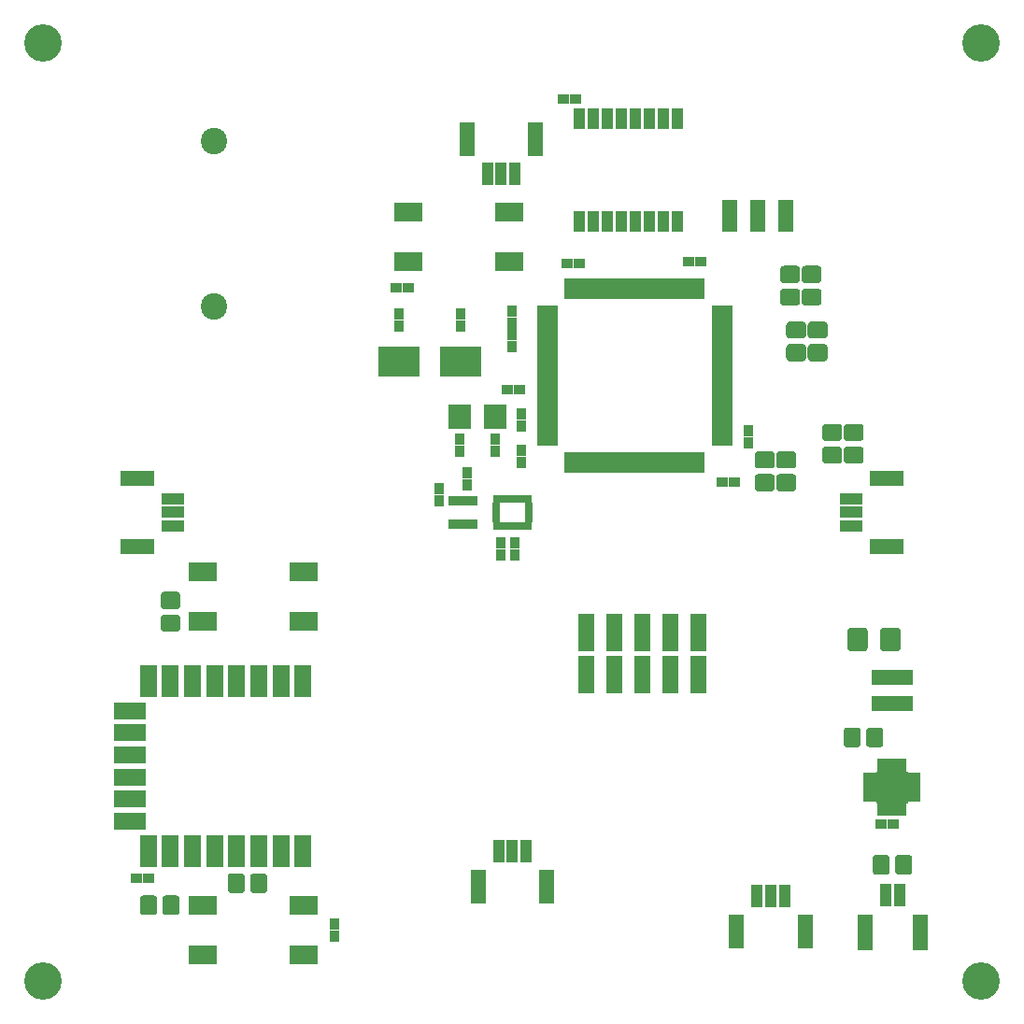
<source format=gbr>
G04 #@! TF.GenerationSoftware,KiCad,Pcbnew,(5.0.0)*
G04 #@! TF.CreationDate,2020-04-06T18:27:32+02:00*
G04 #@! TF.ProjectId,MainBoard,4D61696E426F6172642E6B696361645F,rev?*
G04 #@! TF.SameCoordinates,Original*
G04 #@! TF.FileFunction,Soldermask,Bot*
G04 #@! TF.FilePolarity,Negative*
%FSLAX46Y46*%
G04 Gerber Fmt 4.6, Leading zero omitted, Abs format (unit mm)*
G04 Created by KiCad (PCBNEW (5.0.0)) date 04/06/20 18:27:32*
%MOMM*%
%LPD*%
G01*
G04 APERTURE LIST*
%ADD10C,0.010000*%
%ADD11R,0.900000X1.000000*%
%ADD12R,1.000000X0.900000*%
%ADD13R,0.630000X0.750000*%
%ADD14R,0.750000X0.630000*%
%ADD15R,0.750000X0.900000*%
%ADD16R,1.900000X0.680000*%
%ADD17R,0.680000X1.900000*%
%ADD18C,3.400000*%
%ADD19R,1.500000X2.900000*%
%ADD20R,2.900000X1.500000*%
%ADD21C,2.400000*%
%ADD22C,0.100000*%
%ADD23C,1.550000*%
%ADD24R,3.100000X1.400000*%
%ADD25R,2.100000X1.000000*%
%ADD26R,1.000000X2.100000*%
%ADD27R,1.400000X3.100000*%
%ADD28R,3.725000X2.800000*%
%ADD29R,2.150000X2.200000*%
%ADD30C,1.825000*%
%ADD31R,3.800000X1.380000*%
%ADD32R,1.400000X3.200000*%
%ADD33R,1.200000X0.750000*%
%ADD34R,0.750000X1.200000*%
%ADD35R,2.900000X2.900000*%
%ADD36R,2.500000X1.800000*%
%ADD37R,1.400000X2.900000*%
%ADD38R,1.000000X1.900000*%
G04 APERTURE END LIST*
D10*
G04 #@! TO.C,P3*
G36*
X165916000Y-110363000D02*
X164544000Y-110363000D01*
X164544000Y-113645000D01*
X165916000Y-113645000D01*
X165916000Y-110363000D01*
G37*
X165916000Y-110363000D02*
X164544000Y-110363000D01*
X164544000Y-113645000D01*
X165916000Y-113645000D01*
X165916000Y-110363000D01*
G36*
X165916000Y-106553000D02*
X164544000Y-106553000D01*
X164544000Y-109835000D01*
X165916000Y-109835000D01*
X165916000Y-106553000D01*
G37*
X165916000Y-106553000D02*
X164544000Y-106553000D01*
X164544000Y-109835000D01*
X165916000Y-109835000D01*
X165916000Y-106553000D01*
G36*
X163376000Y-110363000D02*
X162004000Y-110363000D01*
X162004000Y-113645000D01*
X163376000Y-113645000D01*
X163376000Y-110363000D01*
G37*
X163376000Y-110363000D02*
X162004000Y-110363000D01*
X162004000Y-113645000D01*
X163376000Y-113645000D01*
X163376000Y-110363000D01*
G36*
X163376000Y-106553000D02*
X162004000Y-106553000D01*
X162004000Y-109835000D01*
X163376000Y-109835000D01*
X163376000Y-106553000D01*
G37*
X163376000Y-106553000D02*
X162004000Y-106553000D01*
X162004000Y-109835000D01*
X163376000Y-109835000D01*
X163376000Y-106553000D01*
G36*
X160836000Y-110363000D02*
X159464000Y-110363000D01*
X159464000Y-113645000D01*
X160836000Y-113645000D01*
X160836000Y-110363000D01*
G37*
X160836000Y-110363000D02*
X159464000Y-110363000D01*
X159464000Y-113645000D01*
X160836000Y-113645000D01*
X160836000Y-110363000D01*
G36*
X160836000Y-106553000D02*
X159464000Y-106553000D01*
X159464000Y-109835000D01*
X160836000Y-109835000D01*
X160836000Y-106553000D01*
G37*
X160836000Y-106553000D02*
X159464000Y-106553000D01*
X159464000Y-109835000D01*
X160836000Y-109835000D01*
X160836000Y-106553000D01*
G36*
X158296000Y-110363000D02*
X156924000Y-110363000D01*
X156924000Y-113645000D01*
X158296000Y-113645000D01*
X158296000Y-110363000D01*
G37*
X158296000Y-110363000D02*
X156924000Y-110363000D01*
X156924000Y-113645000D01*
X158296000Y-113645000D01*
X158296000Y-110363000D01*
G36*
X158296000Y-106553000D02*
X156924000Y-106553000D01*
X156924000Y-109835000D01*
X158296000Y-109835000D01*
X158296000Y-106553000D01*
G37*
X158296000Y-106553000D02*
X156924000Y-106553000D01*
X156924000Y-109835000D01*
X158296000Y-109835000D01*
X158296000Y-106553000D01*
G36*
X155756000Y-110363000D02*
X154384000Y-110363000D01*
X154384000Y-113645000D01*
X155756000Y-113645000D01*
X155756000Y-110363000D01*
G37*
X155756000Y-110363000D02*
X154384000Y-110363000D01*
X154384000Y-113645000D01*
X155756000Y-113645000D01*
X155756000Y-110363000D01*
G36*
X155756000Y-106553000D02*
X154384000Y-106553000D01*
X154384000Y-109835000D01*
X155756000Y-109835000D01*
X155756000Y-106553000D01*
G37*
X155756000Y-106553000D02*
X154384000Y-106553000D01*
X154384000Y-109835000D01*
X155756000Y-109835000D01*
X155756000Y-106553000D01*
G04 #@! TD*
D11*
G04 #@! TO.C,C25*
X148425000Y-79125000D03*
X148425000Y-80225000D03*
G04 #@! TD*
D12*
G04 #@! TO.C,C9*
X139025000Y-77025000D03*
X137925000Y-77025000D03*
G04 #@! TD*
D13*
G04 #@! TO.C,U13*
X146926250Y-98602250D03*
D14*
X146956250Y-98022250D03*
X149906250Y-98022250D03*
X146956250Y-97592250D03*
X149906250Y-97592250D03*
X146956250Y-97162250D03*
X149906250Y-97162250D03*
X146956250Y-96732250D03*
X149906250Y-96732250D03*
D13*
X147356250Y-98602250D03*
X147786250Y-98602250D03*
X148216250Y-98602250D03*
X148646250Y-98602250D03*
X149076250Y-98602250D03*
X149506250Y-98602250D03*
X149936250Y-98602250D03*
X146926250Y-96152250D03*
X147356250Y-96152250D03*
X147786250Y-96152250D03*
X148216250Y-96152250D03*
X148646250Y-96152250D03*
X149076250Y-96152250D03*
X149506250Y-96152250D03*
X149936250Y-96152250D03*
G04 #@! TD*
D15*
G04 #@! TO.C,U14*
X144965000Y-98400000D03*
X144315000Y-98400000D03*
X143665000Y-98400000D03*
X143015000Y-98400000D03*
X143015000Y-96350000D03*
X143665000Y-96350000D03*
X144315000Y-96350000D03*
X144965000Y-96350000D03*
G04 #@! TD*
D16*
G04 #@! TO.C,U12*
X151625000Y-90975000D03*
X151625000Y-90475000D03*
X151625000Y-89974999D03*
X151625000Y-89475000D03*
X151625000Y-88975001D03*
X151625000Y-88475000D03*
X151625000Y-87975000D03*
X151624999Y-87475000D03*
X151625000Y-86975000D03*
X151625000Y-86475000D03*
X151625000Y-85975000D03*
X151625000Y-85475000D03*
X151624999Y-84975000D03*
X151625000Y-84475000D03*
X151625000Y-83975000D03*
X151625000Y-83475000D03*
X151625000Y-82975000D03*
X151624999Y-82475000D03*
X151625000Y-81975000D03*
X151625000Y-81475000D03*
X151625000Y-80974999D03*
X151625000Y-80475000D03*
X151625000Y-79975001D03*
X151625000Y-79475000D03*
X151625000Y-78975000D03*
D17*
X153525000Y-77075000D03*
X154025000Y-77075000D03*
X154525001Y-77075000D03*
X155025000Y-77075000D03*
X155524999Y-77075000D03*
X156025000Y-77075000D03*
X156525000Y-77075000D03*
X157025000Y-77074999D03*
X157525000Y-77075000D03*
X158025000Y-77075000D03*
X158525000Y-77075000D03*
X159025000Y-77075000D03*
X159525000Y-77074999D03*
X160025000Y-77075000D03*
X160525000Y-77075000D03*
X161025000Y-77075000D03*
X161525000Y-77075000D03*
X162025000Y-77074999D03*
X162525000Y-77075000D03*
X163025000Y-77075000D03*
X163525001Y-77075000D03*
X164025000Y-77075000D03*
X164524999Y-77075000D03*
X165025000Y-77075000D03*
X165525000Y-77075000D03*
D16*
X167425000Y-78975000D03*
X167425000Y-79475000D03*
X167425000Y-79975001D03*
X167425000Y-80475000D03*
X167425000Y-80974999D03*
X167425000Y-81475000D03*
X167425000Y-81975000D03*
X167425001Y-82475000D03*
X167425000Y-82975000D03*
X167425000Y-83475000D03*
X167425000Y-83975000D03*
X167425000Y-84475000D03*
X167425001Y-84975000D03*
X167425000Y-85475000D03*
X167425000Y-85975000D03*
X167425000Y-86475000D03*
X167425000Y-86975000D03*
X167425001Y-87475000D03*
X167425000Y-87975000D03*
X167425000Y-88475000D03*
X167425000Y-88975001D03*
X167425000Y-89475000D03*
X167425000Y-89974999D03*
X167425000Y-90475000D03*
X167425000Y-90975000D03*
D17*
X165525000Y-92875000D03*
X165025000Y-92875000D03*
X164524999Y-92875000D03*
X164025000Y-92875000D03*
X163525001Y-92875000D03*
X163025000Y-92875000D03*
X162525000Y-92875000D03*
X162025000Y-92875001D03*
X161525000Y-92875000D03*
X161025000Y-92875000D03*
X160525000Y-92875000D03*
X160025000Y-92875000D03*
X159525000Y-92875001D03*
X159025000Y-92875000D03*
X158525000Y-92875000D03*
X158025000Y-92875000D03*
X157525000Y-92875000D03*
X157025000Y-92875001D03*
X156525000Y-92875000D03*
X156025000Y-92875000D03*
X155524999Y-92875000D03*
X155025000Y-92875000D03*
X154525001Y-92875000D03*
X154025000Y-92875000D03*
X153525000Y-92875000D03*
G04 #@! TD*
D18*
G04 #@! TO.C,REF\002A\002A*
X190881000Y-139827000D03*
G04 #@! TD*
G04 #@! TO.C,REF\002A\002A*
X105918000Y-139827000D03*
G04 #@! TD*
G04 #@! TO.C,REF\002A\002A*
X190944500Y-54864000D03*
G04 #@! TD*
G04 #@! TO.C,REF\002A\002A*
X105918000Y-54864000D03*
G04 #@! TD*
D19*
G04 #@! TO.C,U9*
X129457744Y-128046852D03*
X127457744Y-128046852D03*
X125457744Y-128046852D03*
X123457744Y-128046852D03*
X121457744Y-128046852D03*
X119457744Y-128046852D03*
X117457744Y-128046852D03*
X115457744Y-128046852D03*
X115457744Y-112646852D03*
X117457744Y-112646852D03*
X119457744Y-112646852D03*
X121457744Y-112646852D03*
X123457744Y-112646852D03*
X125457744Y-112646852D03*
X127457744Y-112646852D03*
X129457744Y-112646852D03*
D20*
X113757744Y-125356852D03*
X113757744Y-123356852D03*
X113757744Y-121356852D03*
X113757744Y-119356852D03*
X113757744Y-117356852D03*
X113757744Y-115356852D03*
G04 #@! TD*
D21*
G04 #@! TO.C,LS1*
X121375000Y-63750000D03*
X121375000Y-78750000D03*
G04 #@! TD*
D11*
G04 #@! TO.C,C10*
X138200000Y-79375000D03*
X138200000Y-80475000D03*
G04 #@! TD*
G04 #@! TO.C,C11*
X143725000Y-80475000D03*
X143725000Y-79375000D03*
G04 #@! TD*
G04 #@! TO.C,C14*
X148640000Y-101260000D03*
X148640000Y-100160000D03*
G04 #@! TD*
G04 #@! TO.C,C15*
X147350000Y-100160000D03*
X147350000Y-101260000D03*
G04 #@! TD*
G04 #@! TO.C,C16*
X143650000Y-90725000D03*
X143650000Y-91825000D03*
G04 #@! TD*
G04 #@! TO.C,C17*
X146900000Y-91825000D03*
X146900000Y-90725000D03*
G04 #@! TD*
G04 #@! TO.C,C18*
X132357744Y-134646852D03*
X132357744Y-135746852D03*
G04 #@! TD*
D12*
G04 #@! TO.C,C19*
X115450000Y-130525000D03*
X114350000Y-130525000D03*
G04 #@! TD*
G04 #@! TO.C,C20*
X154175000Y-59950000D03*
X153075000Y-59950000D03*
G04 #@! TD*
G04 #@! TO.C,C22*
X149050000Y-86225000D03*
X147950000Y-86225000D03*
G04 #@! TD*
D11*
G04 #@! TO.C,C23*
X149275000Y-89575000D03*
X149275000Y-88475000D03*
G04 #@! TD*
D12*
G04 #@! TO.C,C24*
X167425000Y-94600000D03*
X168525000Y-94600000D03*
G04 #@! TD*
D11*
G04 #@! TO.C,C26*
X169850000Y-89975000D03*
X169850000Y-91075000D03*
G04 #@! TD*
D12*
G04 #@! TO.C,C27*
X164425000Y-74625000D03*
X165525000Y-74625000D03*
G04 #@! TD*
D11*
G04 #@! TO.C,C28*
X148425000Y-81225000D03*
X148425000Y-82325000D03*
G04 #@! TD*
G04 #@! TO.C,C32*
X144320000Y-93810000D03*
X144320000Y-94910000D03*
G04 #@! TD*
G04 #@! TO.C,C33*
X141810000Y-96350000D03*
X141810000Y-95250000D03*
G04 #@! TD*
D22*
G04 #@! TO.C,R97*
G36*
X176146071Y-75026623D02*
X176178781Y-75031475D01*
X176210857Y-75039509D01*
X176241991Y-75050649D01*
X176271884Y-75064787D01*
X176300247Y-75081787D01*
X176326807Y-75101485D01*
X176351308Y-75123692D01*
X176373515Y-75148193D01*
X176393213Y-75174753D01*
X176410213Y-75203116D01*
X176424351Y-75233009D01*
X176435491Y-75264143D01*
X176443525Y-75296219D01*
X176448377Y-75328929D01*
X176450000Y-75361956D01*
X176450000Y-76238044D01*
X176448377Y-76271071D01*
X176443525Y-76303781D01*
X176435491Y-76335857D01*
X176424351Y-76366991D01*
X176410213Y-76396884D01*
X176393213Y-76425247D01*
X176373515Y-76451807D01*
X176351308Y-76476308D01*
X176326807Y-76498515D01*
X176300247Y-76518213D01*
X176271884Y-76535213D01*
X176241991Y-76549351D01*
X176210857Y-76560491D01*
X176178781Y-76568525D01*
X176146071Y-76573377D01*
X176113044Y-76575000D01*
X174986956Y-76575000D01*
X174953929Y-76573377D01*
X174921219Y-76568525D01*
X174889143Y-76560491D01*
X174858009Y-76549351D01*
X174828116Y-76535213D01*
X174799753Y-76518213D01*
X174773193Y-76498515D01*
X174748692Y-76476308D01*
X174726485Y-76451807D01*
X174706787Y-76425247D01*
X174689787Y-76396884D01*
X174675649Y-76366991D01*
X174664509Y-76335857D01*
X174656475Y-76303781D01*
X174651623Y-76271071D01*
X174650000Y-76238044D01*
X174650000Y-75361956D01*
X174651623Y-75328929D01*
X174656475Y-75296219D01*
X174664509Y-75264143D01*
X174675649Y-75233009D01*
X174689787Y-75203116D01*
X174706787Y-75174753D01*
X174726485Y-75148193D01*
X174748692Y-75123692D01*
X174773193Y-75101485D01*
X174799753Y-75081787D01*
X174828116Y-75064787D01*
X174858009Y-75050649D01*
X174889143Y-75039509D01*
X174921219Y-75031475D01*
X174953929Y-75026623D01*
X174986956Y-75025000D01*
X176113044Y-75025000D01*
X176146071Y-75026623D01*
X176146071Y-75026623D01*
G37*
D23*
X175550000Y-75800000D03*
D22*
G36*
X176146071Y-77076623D02*
X176178781Y-77081475D01*
X176210857Y-77089509D01*
X176241991Y-77100649D01*
X176271884Y-77114787D01*
X176300247Y-77131787D01*
X176326807Y-77151485D01*
X176351308Y-77173692D01*
X176373515Y-77198193D01*
X176393213Y-77224753D01*
X176410213Y-77253116D01*
X176424351Y-77283009D01*
X176435491Y-77314143D01*
X176443525Y-77346219D01*
X176448377Y-77378929D01*
X176450000Y-77411956D01*
X176450000Y-78288044D01*
X176448377Y-78321071D01*
X176443525Y-78353781D01*
X176435491Y-78385857D01*
X176424351Y-78416991D01*
X176410213Y-78446884D01*
X176393213Y-78475247D01*
X176373515Y-78501807D01*
X176351308Y-78526308D01*
X176326807Y-78548515D01*
X176300247Y-78568213D01*
X176271884Y-78585213D01*
X176241991Y-78599351D01*
X176210857Y-78610491D01*
X176178781Y-78618525D01*
X176146071Y-78623377D01*
X176113044Y-78625000D01*
X174986956Y-78625000D01*
X174953929Y-78623377D01*
X174921219Y-78618525D01*
X174889143Y-78610491D01*
X174858009Y-78599351D01*
X174828116Y-78585213D01*
X174799753Y-78568213D01*
X174773193Y-78548515D01*
X174748692Y-78526308D01*
X174726485Y-78501807D01*
X174706787Y-78475247D01*
X174689787Y-78446884D01*
X174675649Y-78416991D01*
X174664509Y-78385857D01*
X174656475Y-78353781D01*
X174651623Y-78321071D01*
X174650000Y-78288044D01*
X174650000Y-77411956D01*
X174651623Y-77378929D01*
X174656475Y-77346219D01*
X174664509Y-77314143D01*
X174675649Y-77283009D01*
X174689787Y-77253116D01*
X174706787Y-77224753D01*
X174726485Y-77198193D01*
X174748692Y-77173692D01*
X174773193Y-77151485D01*
X174799753Y-77131787D01*
X174828116Y-77114787D01*
X174858009Y-77100649D01*
X174889143Y-77089509D01*
X174921219Y-77081475D01*
X174953929Y-77076623D01*
X174986956Y-77075000D01*
X176113044Y-77075000D01*
X176146071Y-77076623D01*
X176146071Y-77076623D01*
G37*
D23*
X175550000Y-77850000D03*
G04 #@! TD*
D22*
G04 #@! TO.C,R98*
G36*
X174196071Y-75026623D02*
X174228781Y-75031475D01*
X174260857Y-75039509D01*
X174291991Y-75050649D01*
X174321884Y-75064787D01*
X174350247Y-75081787D01*
X174376807Y-75101485D01*
X174401308Y-75123692D01*
X174423515Y-75148193D01*
X174443213Y-75174753D01*
X174460213Y-75203116D01*
X174474351Y-75233009D01*
X174485491Y-75264143D01*
X174493525Y-75296219D01*
X174498377Y-75328929D01*
X174500000Y-75361956D01*
X174500000Y-76238044D01*
X174498377Y-76271071D01*
X174493525Y-76303781D01*
X174485491Y-76335857D01*
X174474351Y-76366991D01*
X174460213Y-76396884D01*
X174443213Y-76425247D01*
X174423515Y-76451807D01*
X174401308Y-76476308D01*
X174376807Y-76498515D01*
X174350247Y-76518213D01*
X174321884Y-76535213D01*
X174291991Y-76549351D01*
X174260857Y-76560491D01*
X174228781Y-76568525D01*
X174196071Y-76573377D01*
X174163044Y-76575000D01*
X173036956Y-76575000D01*
X173003929Y-76573377D01*
X172971219Y-76568525D01*
X172939143Y-76560491D01*
X172908009Y-76549351D01*
X172878116Y-76535213D01*
X172849753Y-76518213D01*
X172823193Y-76498515D01*
X172798692Y-76476308D01*
X172776485Y-76451807D01*
X172756787Y-76425247D01*
X172739787Y-76396884D01*
X172725649Y-76366991D01*
X172714509Y-76335857D01*
X172706475Y-76303781D01*
X172701623Y-76271071D01*
X172700000Y-76238044D01*
X172700000Y-75361956D01*
X172701623Y-75328929D01*
X172706475Y-75296219D01*
X172714509Y-75264143D01*
X172725649Y-75233009D01*
X172739787Y-75203116D01*
X172756787Y-75174753D01*
X172776485Y-75148193D01*
X172798692Y-75123692D01*
X172823193Y-75101485D01*
X172849753Y-75081787D01*
X172878116Y-75064787D01*
X172908009Y-75050649D01*
X172939143Y-75039509D01*
X172971219Y-75031475D01*
X173003929Y-75026623D01*
X173036956Y-75025000D01*
X174163044Y-75025000D01*
X174196071Y-75026623D01*
X174196071Y-75026623D01*
G37*
D23*
X173600000Y-75800000D03*
D22*
G36*
X174196071Y-77076623D02*
X174228781Y-77081475D01*
X174260857Y-77089509D01*
X174291991Y-77100649D01*
X174321884Y-77114787D01*
X174350247Y-77131787D01*
X174376807Y-77151485D01*
X174401308Y-77173692D01*
X174423515Y-77198193D01*
X174443213Y-77224753D01*
X174460213Y-77253116D01*
X174474351Y-77283009D01*
X174485491Y-77314143D01*
X174493525Y-77346219D01*
X174498377Y-77378929D01*
X174500000Y-77411956D01*
X174500000Y-78288044D01*
X174498377Y-78321071D01*
X174493525Y-78353781D01*
X174485491Y-78385857D01*
X174474351Y-78416991D01*
X174460213Y-78446884D01*
X174443213Y-78475247D01*
X174423515Y-78501807D01*
X174401308Y-78526308D01*
X174376807Y-78548515D01*
X174350247Y-78568213D01*
X174321884Y-78585213D01*
X174291991Y-78599351D01*
X174260857Y-78610491D01*
X174228781Y-78618525D01*
X174196071Y-78623377D01*
X174163044Y-78625000D01*
X173036956Y-78625000D01*
X173003929Y-78623377D01*
X172971219Y-78618525D01*
X172939143Y-78610491D01*
X172908009Y-78599351D01*
X172878116Y-78585213D01*
X172849753Y-78568213D01*
X172823193Y-78548515D01*
X172798692Y-78526308D01*
X172776485Y-78501807D01*
X172756787Y-78475247D01*
X172739787Y-78446884D01*
X172725649Y-78416991D01*
X172714509Y-78385857D01*
X172706475Y-78353781D01*
X172701623Y-78321071D01*
X172700000Y-78288044D01*
X172700000Y-77411956D01*
X172701623Y-77378929D01*
X172706475Y-77346219D01*
X172714509Y-77314143D01*
X172725649Y-77283009D01*
X172739787Y-77253116D01*
X172756787Y-77224753D01*
X172776485Y-77198193D01*
X172798692Y-77173692D01*
X172823193Y-77151485D01*
X172849753Y-77131787D01*
X172878116Y-77114787D01*
X172908009Y-77100649D01*
X172939143Y-77089509D01*
X172971219Y-77081475D01*
X173003929Y-77076623D01*
X173036956Y-77075000D01*
X174163044Y-77075000D01*
X174196071Y-77076623D01*
X174196071Y-77076623D01*
G37*
D23*
X173600000Y-77850000D03*
G04 #@! TD*
D22*
G04 #@! TO.C,R99*
G36*
X176696071Y-80076623D02*
X176728781Y-80081475D01*
X176760857Y-80089509D01*
X176791991Y-80100649D01*
X176821884Y-80114787D01*
X176850247Y-80131787D01*
X176876807Y-80151485D01*
X176901308Y-80173692D01*
X176923515Y-80198193D01*
X176943213Y-80224753D01*
X176960213Y-80253116D01*
X176974351Y-80283009D01*
X176985491Y-80314143D01*
X176993525Y-80346219D01*
X176998377Y-80378929D01*
X177000000Y-80411956D01*
X177000000Y-81288044D01*
X176998377Y-81321071D01*
X176993525Y-81353781D01*
X176985491Y-81385857D01*
X176974351Y-81416991D01*
X176960213Y-81446884D01*
X176943213Y-81475247D01*
X176923515Y-81501807D01*
X176901308Y-81526308D01*
X176876807Y-81548515D01*
X176850247Y-81568213D01*
X176821884Y-81585213D01*
X176791991Y-81599351D01*
X176760857Y-81610491D01*
X176728781Y-81618525D01*
X176696071Y-81623377D01*
X176663044Y-81625000D01*
X175536956Y-81625000D01*
X175503929Y-81623377D01*
X175471219Y-81618525D01*
X175439143Y-81610491D01*
X175408009Y-81599351D01*
X175378116Y-81585213D01*
X175349753Y-81568213D01*
X175323193Y-81548515D01*
X175298692Y-81526308D01*
X175276485Y-81501807D01*
X175256787Y-81475247D01*
X175239787Y-81446884D01*
X175225649Y-81416991D01*
X175214509Y-81385857D01*
X175206475Y-81353781D01*
X175201623Y-81321071D01*
X175200000Y-81288044D01*
X175200000Y-80411956D01*
X175201623Y-80378929D01*
X175206475Y-80346219D01*
X175214509Y-80314143D01*
X175225649Y-80283009D01*
X175239787Y-80253116D01*
X175256787Y-80224753D01*
X175276485Y-80198193D01*
X175298692Y-80173692D01*
X175323193Y-80151485D01*
X175349753Y-80131787D01*
X175378116Y-80114787D01*
X175408009Y-80100649D01*
X175439143Y-80089509D01*
X175471219Y-80081475D01*
X175503929Y-80076623D01*
X175536956Y-80075000D01*
X176663044Y-80075000D01*
X176696071Y-80076623D01*
X176696071Y-80076623D01*
G37*
D23*
X176100000Y-80850000D03*
D22*
G36*
X176696071Y-82126623D02*
X176728781Y-82131475D01*
X176760857Y-82139509D01*
X176791991Y-82150649D01*
X176821884Y-82164787D01*
X176850247Y-82181787D01*
X176876807Y-82201485D01*
X176901308Y-82223692D01*
X176923515Y-82248193D01*
X176943213Y-82274753D01*
X176960213Y-82303116D01*
X176974351Y-82333009D01*
X176985491Y-82364143D01*
X176993525Y-82396219D01*
X176998377Y-82428929D01*
X177000000Y-82461956D01*
X177000000Y-83338044D01*
X176998377Y-83371071D01*
X176993525Y-83403781D01*
X176985491Y-83435857D01*
X176974351Y-83466991D01*
X176960213Y-83496884D01*
X176943213Y-83525247D01*
X176923515Y-83551807D01*
X176901308Y-83576308D01*
X176876807Y-83598515D01*
X176850247Y-83618213D01*
X176821884Y-83635213D01*
X176791991Y-83649351D01*
X176760857Y-83660491D01*
X176728781Y-83668525D01*
X176696071Y-83673377D01*
X176663044Y-83675000D01*
X175536956Y-83675000D01*
X175503929Y-83673377D01*
X175471219Y-83668525D01*
X175439143Y-83660491D01*
X175408009Y-83649351D01*
X175378116Y-83635213D01*
X175349753Y-83618213D01*
X175323193Y-83598515D01*
X175298692Y-83576308D01*
X175276485Y-83551807D01*
X175256787Y-83525247D01*
X175239787Y-83496884D01*
X175225649Y-83466991D01*
X175214509Y-83435857D01*
X175206475Y-83403781D01*
X175201623Y-83371071D01*
X175200000Y-83338044D01*
X175200000Y-82461956D01*
X175201623Y-82428929D01*
X175206475Y-82396219D01*
X175214509Y-82364143D01*
X175225649Y-82333009D01*
X175239787Y-82303116D01*
X175256787Y-82274753D01*
X175276485Y-82248193D01*
X175298692Y-82223692D01*
X175323193Y-82201485D01*
X175349753Y-82181787D01*
X175378116Y-82164787D01*
X175408009Y-82150649D01*
X175439143Y-82139509D01*
X175471219Y-82131475D01*
X175503929Y-82126623D01*
X175536956Y-82125000D01*
X176663044Y-82125000D01*
X176696071Y-82126623D01*
X176696071Y-82126623D01*
G37*
D23*
X176100000Y-82900000D03*
G04 #@! TD*
D22*
G04 #@! TO.C,R100*
G36*
X174746071Y-80076623D02*
X174778781Y-80081475D01*
X174810857Y-80089509D01*
X174841991Y-80100649D01*
X174871884Y-80114787D01*
X174900247Y-80131787D01*
X174926807Y-80151485D01*
X174951308Y-80173692D01*
X174973515Y-80198193D01*
X174993213Y-80224753D01*
X175010213Y-80253116D01*
X175024351Y-80283009D01*
X175035491Y-80314143D01*
X175043525Y-80346219D01*
X175048377Y-80378929D01*
X175050000Y-80411956D01*
X175050000Y-81288044D01*
X175048377Y-81321071D01*
X175043525Y-81353781D01*
X175035491Y-81385857D01*
X175024351Y-81416991D01*
X175010213Y-81446884D01*
X174993213Y-81475247D01*
X174973515Y-81501807D01*
X174951308Y-81526308D01*
X174926807Y-81548515D01*
X174900247Y-81568213D01*
X174871884Y-81585213D01*
X174841991Y-81599351D01*
X174810857Y-81610491D01*
X174778781Y-81618525D01*
X174746071Y-81623377D01*
X174713044Y-81625000D01*
X173586956Y-81625000D01*
X173553929Y-81623377D01*
X173521219Y-81618525D01*
X173489143Y-81610491D01*
X173458009Y-81599351D01*
X173428116Y-81585213D01*
X173399753Y-81568213D01*
X173373193Y-81548515D01*
X173348692Y-81526308D01*
X173326485Y-81501807D01*
X173306787Y-81475247D01*
X173289787Y-81446884D01*
X173275649Y-81416991D01*
X173264509Y-81385857D01*
X173256475Y-81353781D01*
X173251623Y-81321071D01*
X173250000Y-81288044D01*
X173250000Y-80411956D01*
X173251623Y-80378929D01*
X173256475Y-80346219D01*
X173264509Y-80314143D01*
X173275649Y-80283009D01*
X173289787Y-80253116D01*
X173306787Y-80224753D01*
X173326485Y-80198193D01*
X173348692Y-80173692D01*
X173373193Y-80151485D01*
X173399753Y-80131787D01*
X173428116Y-80114787D01*
X173458009Y-80100649D01*
X173489143Y-80089509D01*
X173521219Y-80081475D01*
X173553929Y-80076623D01*
X173586956Y-80075000D01*
X174713044Y-80075000D01*
X174746071Y-80076623D01*
X174746071Y-80076623D01*
G37*
D23*
X174150000Y-80850000D03*
D22*
G36*
X174746071Y-82126623D02*
X174778781Y-82131475D01*
X174810857Y-82139509D01*
X174841991Y-82150649D01*
X174871884Y-82164787D01*
X174900247Y-82181787D01*
X174926807Y-82201485D01*
X174951308Y-82223692D01*
X174973515Y-82248193D01*
X174993213Y-82274753D01*
X175010213Y-82303116D01*
X175024351Y-82333009D01*
X175035491Y-82364143D01*
X175043525Y-82396219D01*
X175048377Y-82428929D01*
X175050000Y-82461956D01*
X175050000Y-83338044D01*
X175048377Y-83371071D01*
X175043525Y-83403781D01*
X175035491Y-83435857D01*
X175024351Y-83466991D01*
X175010213Y-83496884D01*
X174993213Y-83525247D01*
X174973515Y-83551807D01*
X174951308Y-83576308D01*
X174926807Y-83598515D01*
X174900247Y-83618213D01*
X174871884Y-83635213D01*
X174841991Y-83649351D01*
X174810857Y-83660491D01*
X174778781Y-83668525D01*
X174746071Y-83673377D01*
X174713044Y-83675000D01*
X173586956Y-83675000D01*
X173553929Y-83673377D01*
X173521219Y-83668525D01*
X173489143Y-83660491D01*
X173458009Y-83649351D01*
X173428116Y-83635213D01*
X173399753Y-83618213D01*
X173373193Y-83598515D01*
X173348692Y-83576308D01*
X173326485Y-83551807D01*
X173306787Y-83525247D01*
X173289787Y-83496884D01*
X173275649Y-83466991D01*
X173264509Y-83435857D01*
X173256475Y-83403781D01*
X173251623Y-83371071D01*
X173250000Y-83338044D01*
X173250000Y-82461956D01*
X173251623Y-82428929D01*
X173256475Y-82396219D01*
X173264509Y-82364143D01*
X173275649Y-82333009D01*
X173289787Y-82303116D01*
X173306787Y-82274753D01*
X173326485Y-82248193D01*
X173348692Y-82223692D01*
X173373193Y-82201485D01*
X173399753Y-82181787D01*
X173428116Y-82164787D01*
X173458009Y-82150649D01*
X173489143Y-82139509D01*
X173521219Y-82131475D01*
X173553929Y-82126623D01*
X173586956Y-82125000D01*
X174713044Y-82125000D01*
X174746071Y-82126623D01*
X174746071Y-82126623D01*
G37*
D23*
X174150000Y-82900000D03*
G04 #@! TD*
D22*
G04 #@! TO.C,R101*
G36*
X178021071Y-91401623D02*
X178053781Y-91406475D01*
X178085857Y-91414509D01*
X178116991Y-91425649D01*
X178146884Y-91439787D01*
X178175247Y-91456787D01*
X178201807Y-91476485D01*
X178226308Y-91498692D01*
X178248515Y-91523193D01*
X178268213Y-91549753D01*
X178285213Y-91578116D01*
X178299351Y-91608009D01*
X178310491Y-91639143D01*
X178318525Y-91671219D01*
X178323377Y-91703929D01*
X178325000Y-91736956D01*
X178325000Y-92613044D01*
X178323377Y-92646071D01*
X178318525Y-92678781D01*
X178310491Y-92710857D01*
X178299351Y-92741991D01*
X178285213Y-92771884D01*
X178268213Y-92800247D01*
X178248515Y-92826807D01*
X178226308Y-92851308D01*
X178201807Y-92873515D01*
X178175247Y-92893213D01*
X178146884Y-92910213D01*
X178116991Y-92924351D01*
X178085857Y-92935491D01*
X178053781Y-92943525D01*
X178021071Y-92948377D01*
X177988044Y-92950000D01*
X176861956Y-92950000D01*
X176828929Y-92948377D01*
X176796219Y-92943525D01*
X176764143Y-92935491D01*
X176733009Y-92924351D01*
X176703116Y-92910213D01*
X176674753Y-92893213D01*
X176648193Y-92873515D01*
X176623692Y-92851308D01*
X176601485Y-92826807D01*
X176581787Y-92800247D01*
X176564787Y-92771884D01*
X176550649Y-92741991D01*
X176539509Y-92710857D01*
X176531475Y-92678781D01*
X176526623Y-92646071D01*
X176525000Y-92613044D01*
X176525000Y-91736956D01*
X176526623Y-91703929D01*
X176531475Y-91671219D01*
X176539509Y-91639143D01*
X176550649Y-91608009D01*
X176564787Y-91578116D01*
X176581787Y-91549753D01*
X176601485Y-91523193D01*
X176623692Y-91498692D01*
X176648193Y-91476485D01*
X176674753Y-91456787D01*
X176703116Y-91439787D01*
X176733009Y-91425649D01*
X176764143Y-91414509D01*
X176796219Y-91406475D01*
X176828929Y-91401623D01*
X176861956Y-91400000D01*
X177988044Y-91400000D01*
X178021071Y-91401623D01*
X178021071Y-91401623D01*
G37*
D23*
X177425000Y-92175000D03*
D22*
G36*
X178021071Y-89351623D02*
X178053781Y-89356475D01*
X178085857Y-89364509D01*
X178116991Y-89375649D01*
X178146884Y-89389787D01*
X178175247Y-89406787D01*
X178201807Y-89426485D01*
X178226308Y-89448692D01*
X178248515Y-89473193D01*
X178268213Y-89499753D01*
X178285213Y-89528116D01*
X178299351Y-89558009D01*
X178310491Y-89589143D01*
X178318525Y-89621219D01*
X178323377Y-89653929D01*
X178325000Y-89686956D01*
X178325000Y-90563044D01*
X178323377Y-90596071D01*
X178318525Y-90628781D01*
X178310491Y-90660857D01*
X178299351Y-90691991D01*
X178285213Y-90721884D01*
X178268213Y-90750247D01*
X178248515Y-90776807D01*
X178226308Y-90801308D01*
X178201807Y-90823515D01*
X178175247Y-90843213D01*
X178146884Y-90860213D01*
X178116991Y-90874351D01*
X178085857Y-90885491D01*
X178053781Y-90893525D01*
X178021071Y-90898377D01*
X177988044Y-90900000D01*
X176861956Y-90900000D01*
X176828929Y-90898377D01*
X176796219Y-90893525D01*
X176764143Y-90885491D01*
X176733009Y-90874351D01*
X176703116Y-90860213D01*
X176674753Y-90843213D01*
X176648193Y-90823515D01*
X176623692Y-90801308D01*
X176601485Y-90776807D01*
X176581787Y-90750247D01*
X176564787Y-90721884D01*
X176550649Y-90691991D01*
X176539509Y-90660857D01*
X176531475Y-90628781D01*
X176526623Y-90596071D01*
X176525000Y-90563044D01*
X176525000Y-89686956D01*
X176526623Y-89653929D01*
X176531475Y-89621219D01*
X176539509Y-89589143D01*
X176550649Y-89558009D01*
X176564787Y-89528116D01*
X176581787Y-89499753D01*
X176601485Y-89473193D01*
X176623692Y-89448692D01*
X176648193Y-89426485D01*
X176674753Y-89406787D01*
X176703116Y-89389787D01*
X176733009Y-89375649D01*
X176764143Y-89364509D01*
X176796219Y-89356475D01*
X176828929Y-89351623D01*
X176861956Y-89350000D01*
X177988044Y-89350000D01*
X178021071Y-89351623D01*
X178021071Y-89351623D01*
G37*
D23*
X177425000Y-90125000D03*
G04 #@! TD*
D22*
G04 #@! TO.C,R102*
G36*
X179971071Y-89351623D02*
X180003781Y-89356475D01*
X180035857Y-89364509D01*
X180066991Y-89375649D01*
X180096884Y-89389787D01*
X180125247Y-89406787D01*
X180151807Y-89426485D01*
X180176308Y-89448692D01*
X180198515Y-89473193D01*
X180218213Y-89499753D01*
X180235213Y-89528116D01*
X180249351Y-89558009D01*
X180260491Y-89589143D01*
X180268525Y-89621219D01*
X180273377Y-89653929D01*
X180275000Y-89686956D01*
X180275000Y-90563044D01*
X180273377Y-90596071D01*
X180268525Y-90628781D01*
X180260491Y-90660857D01*
X180249351Y-90691991D01*
X180235213Y-90721884D01*
X180218213Y-90750247D01*
X180198515Y-90776807D01*
X180176308Y-90801308D01*
X180151807Y-90823515D01*
X180125247Y-90843213D01*
X180096884Y-90860213D01*
X180066991Y-90874351D01*
X180035857Y-90885491D01*
X180003781Y-90893525D01*
X179971071Y-90898377D01*
X179938044Y-90900000D01*
X178811956Y-90900000D01*
X178778929Y-90898377D01*
X178746219Y-90893525D01*
X178714143Y-90885491D01*
X178683009Y-90874351D01*
X178653116Y-90860213D01*
X178624753Y-90843213D01*
X178598193Y-90823515D01*
X178573692Y-90801308D01*
X178551485Y-90776807D01*
X178531787Y-90750247D01*
X178514787Y-90721884D01*
X178500649Y-90691991D01*
X178489509Y-90660857D01*
X178481475Y-90628781D01*
X178476623Y-90596071D01*
X178475000Y-90563044D01*
X178475000Y-89686956D01*
X178476623Y-89653929D01*
X178481475Y-89621219D01*
X178489509Y-89589143D01*
X178500649Y-89558009D01*
X178514787Y-89528116D01*
X178531787Y-89499753D01*
X178551485Y-89473193D01*
X178573692Y-89448692D01*
X178598193Y-89426485D01*
X178624753Y-89406787D01*
X178653116Y-89389787D01*
X178683009Y-89375649D01*
X178714143Y-89364509D01*
X178746219Y-89356475D01*
X178778929Y-89351623D01*
X178811956Y-89350000D01*
X179938044Y-89350000D01*
X179971071Y-89351623D01*
X179971071Y-89351623D01*
G37*
D23*
X179375000Y-90125000D03*
D22*
G36*
X179971071Y-91401623D02*
X180003781Y-91406475D01*
X180035857Y-91414509D01*
X180066991Y-91425649D01*
X180096884Y-91439787D01*
X180125247Y-91456787D01*
X180151807Y-91476485D01*
X180176308Y-91498692D01*
X180198515Y-91523193D01*
X180218213Y-91549753D01*
X180235213Y-91578116D01*
X180249351Y-91608009D01*
X180260491Y-91639143D01*
X180268525Y-91671219D01*
X180273377Y-91703929D01*
X180275000Y-91736956D01*
X180275000Y-92613044D01*
X180273377Y-92646071D01*
X180268525Y-92678781D01*
X180260491Y-92710857D01*
X180249351Y-92741991D01*
X180235213Y-92771884D01*
X180218213Y-92800247D01*
X180198515Y-92826807D01*
X180176308Y-92851308D01*
X180151807Y-92873515D01*
X180125247Y-92893213D01*
X180096884Y-92910213D01*
X180066991Y-92924351D01*
X180035857Y-92935491D01*
X180003781Y-92943525D01*
X179971071Y-92948377D01*
X179938044Y-92950000D01*
X178811956Y-92950000D01*
X178778929Y-92948377D01*
X178746219Y-92943525D01*
X178714143Y-92935491D01*
X178683009Y-92924351D01*
X178653116Y-92910213D01*
X178624753Y-92893213D01*
X178598193Y-92873515D01*
X178573692Y-92851308D01*
X178551485Y-92826807D01*
X178531787Y-92800247D01*
X178514787Y-92771884D01*
X178500649Y-92741991D01*
X178489509Y-92710857D01*
X178481475Y-92678781D01*
X178476623Y-92646071D01*
X178475000Y-92613044D01*
X178475000Y-91736956D01*
X178476623Y-91703929D01*
X178481475Y-91671219D01*
X178489509Y-91639143D01*
X178500649Y-91608009D01*
X178514787Y-91578116D01*
X178531787Y-91549753D01*
X178551485Y-91523193D01*
X178573692Y-91498692D01*
X178598193Y-91476485D01*
X178624753Y-91456787D01*
X178653116Y-91439787D01*
X178683009Y-91425649D01*
X178714143Y-91414509D01*
X178746219Y-91406475D01*
X178778929Y-91401623D01*
X178811956Y-91400000D01*
X179938044Y-91400000D01*
X179971071Y-91401623D01*
X179971071Y-91401623D01*
G37*
D23*
X179375000Y-92175000D03*
G04 #@! TD*
D22*
G04 #@! TO.C,R103*
G36*
X173846071Y-93901623D02*
X173878781Y-93906475D01*
X173910857Y-93914509D01*
X173941991Y-93925649D01*
X173971884Y-93939787D01*
X174000247Y-93956787D01*
X174026807Y-93976485D01*
X174051308Y-93998692D01*
X174073515Y-94023193D01*
X174093213Y-94049753D01*
X174110213Y-94078116D01*
X174124351Y-94108009D01*
X174135491Y-94139143D01*
X174143525Y-94171219D01*
X174148377Y-94203929D01*
X174150000Y-94236956D01*
X174150000Y-95113044D01*
X174148377Y-95146071D01*
X174143525Y-95178781D01*
X174135491Y-95210857D01*
X174124351Y-95241991D01*
X174110213Y-95271884D01*
X174093213Y-95300247D01*
X174073515Y-95326807D01*
X174051308Y-95351308D01*
X174026807Y-95373515D01*
X174000247Y-95393213D01*
X173971884Y-95410213D01*
X173941991Y-95424351D01*
X173910857Y-95435491D01*
X173878781Y-95443525D01*
X173846071Y-95448377D01*
X173813044Y-95450000D01*
X172686956Y-95450000D01*
X172653929Y-95448377D01*
X172621219Y-95443525D01*
X172589143Y-95435491D01*
X172558009Y-95424351D01*
X172528116Y-95410213D01*
X172499753Y-95393213D01*
X172473193Y-95373515D01*
X172448692Y-95351308D01*
X172426485Y-95326807D01*
X172406787Y-95300247D01*
X172389787Y-95271884D01*
X172375649Y-95241991D01*
X172364509Y-95210857D01*
X172356475Y-95178781D01*
X172351623Y-95146071D01*
X172350000Y-95113044D01*
X172350000Y-94236956D01*
X172351623Y-94203929D01*
X172356475Y-94171219D01*
X172364509Y-94139143D01*
X172375649Y-94108009D01*
X172389787Y-94078116D01*
X172406787Y-94049753D01*
X172426485Y-94023193D01*
X172448692Y-93998692D01*
X172473193Y-93976485D01*
X172499753Y-93956787D01*
X172528116Y-93939787D01*
X172558009Y-93925649D01*
X172589143Y-93914509D01*
X172621219Y-93906475D01*
X172653929Y-93901623D01*
X172686956Y-93900000D01*
X173813044Y-93900000D01*
X173846071Y-93901623D01*
X173846071Y-93901623D01*
G37*
D23*
X173250000Y-94675000D03*
D22*
G36*
X173846071Y-91851623D02*
X173878781Y-91856475D01*
X173910857Y-91864509D01*
X173941991Y-91875649D01*
X173971884Y-91889787D01*
X174000247Y-91906787D01*
X174026807Y-91926485D01*
X174051308Y-91948692D01*
X174073515Y-91973193D01*
X174093213Y-91999753D01*
X174110213Y-92028116D01*
X174124351Y-92058009D01*
X174135491Y-92089143D01*
X174143525Y-92121219D01*
X174148377Y-92153929D01*
X174150000Y-92186956D01*
X174150000Y-93063044D01*
X174148377Y-93096071D01*
X174143525Y-93128781D01*
X174135491Y-93160857D01*
X174124351Y-93191991D01*
X174110213Y-93221884D01*
X174093213Y-93250247D01*
X174073515Y-93276807D01*
X174051308Y-93301308D01*
X174026807Y-93323515D01*
X174000247Y-93343213D01*
X173971884Y-93360213D01*
X173941991Y-93374351D01*
X173910857Y-93385491D01*
X173878781Y-93393525D01*
X173846071Y-93398377D01*
X173813044Y-93400000D01*
X172686956Y-93400000D01*
X172653929Y-93398377D01*
X172621219Y-93393525D01*
X172589143Y-93385491D01*
X172558009Y-93374351D01*
X172528116Y-93360213D01*
X172499753Y-93343213D01*
X172473193Y-93323515D01*
X172448692Y-93301308D01*
X172426485Y-93276807D01*
X172406787Y-93250247D01*
X172389787Y-93221884D01*
X172375649Y-93191991D01*
X172364509Y-93160857D01*
X172356475Y-93128781D01*
X172351623Y-93096071D01*
X172350000Y-93063044D01*
X172350000Y-92186956D01*
X172351623Y-92153929D01*
X172356475Y-92121219D01*
X172364509Y-92089143D01*
X172375649Y-92058009D01*
X172389787Y-92028116D01*
X172406787Y-91999753D01*
X172426485Y-91973193D01*
X172448692Y-91948692D01*
X172473193Y-91926485D01*
X172499753Y-91906787D01*
X172528116Y-91889787D01*
X172558009Y-91875649D01*
X172589143Y-91864509D01*
X172621219Y-91856475D01*
X172653929Y-91851623D01*
X172686956Y-91850000D01*
X173813044Y-91850000D01*
X173846071Y-91851623D01*
X173846071Y-91851623D01*
G37*
D23*
X173250000Y-92625000D03*
G04 #@! TD*
D22*
G04 #@! TO.C,R104*
G36*
X171896071Y-91851623D02*
X171928781Y-91856475D01*
X171960857Y-91864509D01*
X171991991Y-91875649D01*
X172021884Y-91889787D01*
X172050247Y-91906787D01*
X172076807Y-91926485D01*
X172101308Y-91948692D01*
X172123515Y-91973193D01*
X172143213Y-91999753D01*
X172160213Y-92028116D01*
X172174351Y-92058009D01*
X172185491Y-92089143D01*
X172193525Y-92121219D01*
X172198377Y-92153929D01*
X172200000Y-92186956D01*
X172200000Y-93063044D01*
X172198377Y-93096071D01*
X172193525Y-93128781D01*
X172185491Y-93160857D01*
X172174351Y-93191991D01*
X172160213Y-93221884D01*
X172143213Y-93250247D01*
X172123515Y-93276807D01*
X172101308Y-93301308D01*
X172076807Y-93323515D01*
X172050247Y-93343213D01*
X172021884Y-93360213D01*
X171991991Y-93374351D01*
X171960857Y-93385491D01*
X171928781Y-93393525D01*
X171896071Y-93398377D01*
X171863044Y-93400000D01*
X170736956Y-93400000D01*
X170703929Y-93398377D01*
X170671219Y-93393525D01*
X170639143Y-93385491D01*
X170608009Y-93374351D01*
X170578116Y-93360213D01*
X170549753Y-93343213D01*
X170523193Y-93323515D01*
X170498692Y-93301308D01*
X170476485Y-93276807D01*
X170456787Y-93250247D01*
X170439787Y-93221884D01*
X170425649Y-93191991D01*
X170414509Y-93160857D01*
X170406475Y-93128781D01*
X170401623Y-93096071D01*
X170400000Y-93063044D01*
X170400000Y-92186956D01*
X170401623Y-92153929D01*
X170406475Y-92121219D01*
X170414509Y-92089143D01*
X170425649Y-92058009D01*
X170439787Y-92028116D01*
X170456787Y-91999753D01*
X170476485Y-91973193D01*
X170498692Y-91948692D01*
X170523193Y-91926485D01*
X170549753Y-91906787D01*
X170578116Y-91889787D01*
X170608009Y-91875649D01*
X170639143Y-91864509D01*
X170671219Y-91856475D01*
X170703929Y-91851623D01*
X170736956Y-91850000D01*
X171863044Y-91850000D01*
X171896071Y-91851623D01*
X171896071Y-91851623D01*
G37*
D23*
X171300000Y-92625000D03*
D22*
G36*
X171896071Y-93901623D02*
X171928781Y-93906475D01*
X171960857Y-93914509D01*
X171991991Y-93925649D01*
X172021884Y-93939787D01*
X172050247Y-93956787D01*
X172076807Y-93976485D01*
X172101308Y-93998692D01*
X172123515Y-94023193D01*
X172143213Y-94049753D01*
X172160213Y-94078116D01*
X172174351Y-94108009D01*
X172185491Y-94139143D01*
X172193525Y-94171219D01*
X172198377Y-94203929D01*
X172200000Y-94236956D01*
X172200000Y-95113044D01*
X172198377Y-95146071D01*
X172193525Y-95178781D01*
X172185491Y-95210857D01*
X172174351Y-95241991D01*
X172160213Y-95271884D01*
X172143213Y-95300247D01*
X172123515Y-95326807D01*
X172101308Y-95351308D01*
X172076807Y-95373515D01*
X172050247Y-95393213D01*
X172021884Y-95410213D01*
X171991991Y-95424351D01*
X171960857Y-95435491D01*
X171928781Y-95443525D01*
X171896071Y-95448377D01*
X171863044Y-95450000D01*
X170736956Y-95450000D01*
X170703929Y-95448377D01*
X170671219Y-95443525D01*
X170639143Y-95435491D01*
X170608009Y-95424351D01*
X170578116Y-95410213D01*
X170549753Y-95393213D01*
X170523193Y-95373515D01*
X170498692Y-95351308D01*
X170476485Y-95326807D01*
X170456787Y-95300247D01*
X170439787Y-95271884D01*
X170425649Y-95241991D01*
X170414509Y-95210857D01*
X170406475Y-95178781D01*
X170401623Y-95146071D01*
X170400000Y-95113044D01*
X170400000Y-94236956D01*
X170401623Y-94203929D01*
X170406475Y-94171219D01*
X170414509Y-94139143D01*
X170425649Y-94108009D01*
X170439787Y-94078116D01*
X170456787Y-94049753D01*
X170476485Y-94023193D01*
X170498692Y-93998692D01*
X170523193Y-93976485D01*
X170549753Y-93956787D01*
X170578116Y-93939787D01*
X170608009Y-93925649D01*
X170639143Y-93914509D01*
X170671219Y-93906475D01*
X170703929Y-93901623D01*
X170736956Y-93900000D01*
X171863044Y-93900000D01*
X171896071Y-93901623D01*
X171896071Y-93901623D01*
G37*
D23*
X171300000Y-94675000D03*
G04 #@! TD*
D22*
G04 #@! TO.C,R106*
G36*
X117978815Y-132073475D02*
X118011525Y-132078327D01*
X118043601Y-132086361D01*
X118074735Y-132097501D01*
X118104628Y-132111639D01*
X118132991Y-132128639D01*
X118159551Y-132148337D01*
X118184052Y-132170544D01*
X118206259Y-132195045D01*
X118225957Y-132221605D01*
X118242957Y-132249968D01*
X118257095Y-132279861D01*
X118268235Y-132310995D01*
X118276269Y-132343071D01*
X118281121Y-132375781D01*
X118282744Y-132408808D01*
X118282744Y-133534896D01*
X118281121Y-133567923D01*
X118276269Y-133600633D01*
X118268235Y-133632709D01*
X118257095Y-133663843D01*
X118242957Y-133693736D01*
X118225957Y-133722099D01*
X118206259Y-133748659D01*
X118184052Y-133773160D01*
X118159551Y-133795367D01*
X118132991Y-133815065D01*
X118104628Y-133832065D01*
X118074735Y-133846203D01*
X118043601Y-133857343D01*
X118011525Y-133865377D01*
X117978815Y-133870229D01*
X117945788Y-133871852D01*
X117069700Y-133871852D01*
X117036673Y-133870229D01*
X117003963Y-133865377D01*
X116971887Y-133857343D01*
X116940753Y-133846203D01*
X116910860Y-133832065D01*
X116882497Y-133815065D01*
X116855937Y-133795367D01*
X116831436Y-133773160D01*
X116809229Y-133748659D01*
X116789531Y-133722099D01*
X116772531Y-133693736D01*
X116758393Y-133663843D01*
X116747253Y-133632709D01*
X116739219Y-133600633D01*
X116734367Y-133567923D01*
X116732744Y-133534896D01*
X116732744Y-132408808D01*
X116734367Y-132375781D01*
X116739219Y-132343071D01*
X116747253Y-132310995D01*
X116758393Y-132279861D01*
X116772531Y-132249968D01*
X116789531Y-132221605D01*
X116809229Y-132195045D01*
X116831436Y-132170544D01*
X116855937Y-132148337D01*
X116882497Y-132128639D01*
X116910860Y-132111639D01*
X116940753Y-132097501D01*
X116971887Y-132086361D01*
X117003963Y-132078327D01*
X117036673Y-132073475D01*
X117069700Y-132071852D01*
X117945788Y-132071852D01*
X117978815Y-132073475D01*
X117978815Y-132073475D01*
G37*
D23*
X117507744Y-132971852D03*
D22*
G36*
X115928815Y-132073475D02*
X115961525Y-132078327D01*
X115993601Y-132086361D01*
X116024735Y-132097501D01*
X116054628Y-132111639D01*
X116082991Y-132128639D01*
X116109551Y-132148337D01*
X116134052Y-132170544D01*
X116156259Y-132195045D01*
X116175957Y-132221605D01*
X116192957Y-132249968D01*
X116207095Y-132279861D01*
X116218235Y-132310995D01*
X116226269Y-132343071D01*
X116231121Y-132375781D01*
X116232744Y-132408808D01*
X116232744Y-133534896D01*
X116231121Y-133567923D01*
X116226269Y-133600633D01*
X116218235Y-133632709D01*
X116207095Y-133663843D01*
X116192957Y-133693736D01*
X116175957Y-133722099D01*
X116156259Y-133748659D01*
X116134052Y-133773160D01*
X116109551Y-133795367D01*
X116082991Y-133815065D01*
X116054628Y-133832065D01*
X116024735Y-133846203D01*
X115993601Y-133857343D01*
X115961525Y-133865377D01*
X115928815Y-133870229D01*
X115895788Y-133871852D01*
X115019700Y-133871852D01*
X114986673Y-133870229D01*
X114953963Y-133865377D01*
X114921887Y-133857343D01*
X114890753Y-133846203D01*
X114860860Y-133832065D01*
X114832497Y-133815065D01*
X114805937Y-133795367D01*
X114781436Y-133773160D01*
X114759229Y-133748659D01*
X114739531Y-133722099D01*
X114722531Y-133693736D01*
X114708393Y-133663843D01*
X114697253Y-133632709D01*
X114689219Y-133600633D01*
X114684367Y-133567923D01*
X114682744Y-133534896D01*
X114682744Y-132408808D01*
X114684367Y-132375781D01*
X114689219Y-132343071D01*
X114697253Y-132310995D01*
X114708393Y-132279861D01*
X114722531Y-132249968D01*
X114739531Y-132221605D01*
X114759229Y-132195045D01*
X114781436Y-132170544D01*
X114805937Y-132148337D01*
X114832497Y-132128639D01*
X114860860Y-132111639D01*
X114890753Y-132097501D01*
X114921887Y-132086361D01*
X114953963Y-132078327D01*
X114986673Y-132073475D01*
X115019700Y-132071852D01*
X115895788Y-132071852D01*
X115928815Y-132073475D01*
X115928815Y-132073475D01*
G37*
D23*
X115457744Y-132971852D03*
G04 #@! TD*
D22*
G04 #@! TO.C,R107*
G36*
X125928815Y-130073475D02*
X125961525Y-130078327D01*
X125993601Y-130086361D01*
X126024735Y-130097501D01*
X126054628Y-130111639D01*
X126082991Y-130128639D01*
X126109551Y-130148337D01*
X126134052Y-130170544D01*
X126156259Y-130195045D01*
X126175957Y-130221605D01*
X126192957Y-130249968D01*
X126207095Y-130279861D01*
X126218235Y-130310995D01*
X126226269Y-130343071D01*
X126231121Y-130375781D01*
X126232744Y-130408808D01*
X126232744Y-131534896D01*
X126231121Y-131567923D01*
X126226269Y-131600633D01*
X126218235Y-131632709D01*
X126207095Y-131663843D01*
X126192957Y-131693736D01*
X126175957Y-131722099D01*
X126156259Y-131748659D01*
X126134052Y-131773160D01*
X126109551Y-131795367D01*
X126082991Y-131815065D01*
X126054628Y-131832065D01*
X126024735Y-131846203D01*
X125993601Y-131857343D01*
X125961525Y-131865377D01*
X125928815Y-131870229D01*
X125895788Y-131871852D01*
X125019700Y-131871852D01*
X124986673Y-131870229D01*
X124953963Y-131865377D01*
X124921887Y-131857343D01*
X124890753Y-131846203D01*
X124860860Y-131832065D01*
X124832497Y-131815065D01*
X124805937Y-131795367D01*
X124781436Y-131773160D01*
X124759229Y-131748659D01*
X124739531Y-131722099D01*
X124722531Y-131693736D01*
X124708393Y-131663843D01*
X124697253Y-131632709D01*
X124689219Y-131600633D01*
X124684367Y-131567923D01*
X124682744Y-131534896D01*
X124682744Y-130408808D01*
X124684367Y-130375781D01*
X124689219Y-130343071D01*
X124697253Y-130310995D01*
X124708393Y-130279861D01*
X124722531Y-130249968D01*
X124739531Y-130221605D01*
X124759229Y-130195045D01*
X124781436Y-130170544D01*
X124805937Y-130148337D01*
X124832497Y-130128639D01*
X124860860Y-130111639D01*
X124890753Y-130097501D01*
X124921887Y-130086361D01*
X124953963Y-130078327D01*
X124986673Y-130073475D01*
X125019700Y-130071852D01*
X125895788Y-130071852D01*
X125928815Y-130073475D01*
X125928815Y-130073475D01*
G37*
D23*
X125457744Y-130971852D03*
D22*
G36*
X123878815Y-130073475D02*
X123911525Y-130078327D01*
X123943601Y-130086361D01*
X123974735Y-130097501D01*
X124004628Y-130111639D01*
X124032991Y-130128639D01*
X124059551Y-130148337D01*
X124084052Y-130170544D01*
X124106259Y-130195045D01*
X124125957Y-130221605D01*
X124142957Y-130249968D01*
X124157095Y-130279861D01*
X124168235Y-130310995D01*
X124176269Y-130343071D01*
X124181121Y-130375781D01*
X124182744Y-130408808D01*
X124182744Y-131534896D01*
X124181121Y-131567923D01*
X124176269Y-131600633D01*
X124168235Y-131632709D01*
X124157095Y-131663843D01*
X124142957Y-131693736D01*
X124125957Y-131722099D01*
X124106259Y-131748659D01*
X124084052Y-131773160D01*
X124059551Y-131795367D01*
X124032991Y-131815065D01*
X124004628Y-131832065D01*
X123974735Y-131846203D01*
X123943601Y-131857343D01*
X123911525Y-131865377D01*
X123878815Y-131870229D01*
X123845788Y-131871852D01*
X122969700Y-131871852D01*
X122936673Y-131870229D01*
X122903963Y-131865377D01*
X122871887Y-131857343D01*
X122840753Y-131846203D01*
X122810860Y-131832065D01*
X122782497Y-131815065D01*
X122755937Y-131795367D01*
X122731436Y-131773160D01*
X122709229Y-131748659D01*
X122689531Y-131722099D01*
X122672531Y-131693736D01*
X122658393Y-131663843D01*
X122647253Y-131632709D01*
X122639219Y-131600633D01*
X122634367Y-131567923D01*
X122632744Y-131534896D01*
X122632744Y-130408808D01*
X122634367Y-130375781D01*
X122639219Y-130343071D01*
X122647253Y-130310995D01*
X122658393Y-130279861D01*
X122672531Y-130249968D01*
X122689531Y-130221605D01*
X122709229Y-130195045D01*
X122731436Y-130170544D01*
X122755937Y-130148337D01*
X122782497Y-130128639D01*
X122810860Y-130111639D01*
X122840753Y-130097501D01*
X122871887Y-130086361D01*
X122903963Y-130078327D01*
X122936673Y-130073475D01*
X122969700Y-130071852D01*
X123845788Y-130071852D01*
X123878815Y-130073475D01*
X123878815Y-130073475D01*
G37*
D23*
X123407744Y-130971852D03*
G04 #@! TD*
D22*
G04 #@! TO.C,R108*
G36*
X118053815Y-104573475D02*
X118086525Y-104578327D01*
X118118601Y-104586361D01*
X118149735Y-104597501D01*
X118179628Y-104611639D01*
X118207991Y-104628639D01*
X118234551Y-104648337D01*
X118259052Y-104670544D01*
X118281259Y-104695045D01*
X118300957Y-104721605D01*
X118317957Y-104749968D01*
X118332095Y-104779861D01*
X118343235Y-104810995D01*
X118351269Y-104843071D01*
X118356121Y-104875781D01*
X118357744Y-104908808D01*
X118357744Y-105784896D01*
X118356121Y-105817923D01*
X118351269Y-105850633D01*
X118343235Y-105882709D01*
X118332095Y-105913843D01*
X118317957Y-105943736D01*
X118300957Y-105972099D01*
X118281259Y-105998659D01*
X118259052Y-106023160D01*
X118234551Y-106045367D01*
X118207991Y-106065065D01*
X118179628Y-106082065D01*
X118149735Y-106096203D01*
X118118601Y-106107343D01*
X118086525Y-106115377D01*
X118053815Y-106120229D01*
X118020788Y-106121852D01*
X116894700Y-106121852D01*
X116861673Y-106120229D01*
X116828963Y-106115377D01*
X116796887Y-106107343D01*
X116765753Y-106096203D01*
X116735860Y-106082065D01*
X116707497Y-106065065D01*
X116680937Y-106045367D01*
X116656436Y-106023160D01*
X116634229Y-105998659D01*
X116614531Y-105972099D01*
X116597531Y-105943736D01*
X116583393Y-105913843D01*
X116572253Y-105882709D01*
X116564219Y-105850633D01*
X116559367Y-105817923D01*
X116557744Y-105784896D01*
X116557744Y-104908808D01*
X116559367Y-104875781D01*
X116564219Y-104843071D01*
X116572253Y-104810995D01*
X116583393Y-104779861D01*
X116597531Y-104749968D01*
X116614531Y-104721605D01*
X116634229Y-104695045D01*
X116656436Y-104670544D01*
X116680937Y-104648337D01*
X116707497Y-104628639D01*
X116735860Y-104611639D01*
X116765753Y-104597501D01*
X116796887Y-104586361D01*
X116828963Y-104578327D01*
X116861673Y-104573475D01*
X116894700Y-104571852D01*
X118020788Y-104571852D01*
X118053815Y-104573475D01*
X118053815Y-104573475D01*
G37*
D23*
X117457744Y-105346852D03*
D22*
G36*
X118053815Y-106623475D02*
X118086525Y-106628327D01*
X118118601Y-106636361D01*
X118149735Y-106647501D01*
X118179628Y-106661639D01*
X118207991Y-106678639D01*
X118234551Y-106698337D01*
X118259052Y-106720544D01*
X118281259Y-106745045D01*
X118300957Y-106771605D01*
X118317957Y-106799968D01*
X118332095Y-106829861D01*
X118343235Y-106860995D01*
X118351269Y-106893071D01*
X118356121Y-106925781D01*
X118357744Y-106958808D01*
X118357744Y-107834896D01*
X118356121Y-107867923D01*
X118351269Y-107900633D01*
X118343235Y-107932709D01*
X118332095Y-107963843D01*
X118317957Y-107993736D01*
X118300957Y-108022099D01*
X118281259Y-108048659D01*
X118259052Y-108073160D01*
X118234551Y-108095367D01*
X118207991Y-108115065D01*
X118179628Y-108132065D01*
X118149735Y-108146203D01*
X118118601Y-108157343D01*
X118086525Y-108165377D01*
X118053815Y-108170229D01*
X118020788Y-108171852D01*
X116894700Y-108171852D01*
X116861673Y-108170229D01*
X116828963Y-108165377D01*
X116796887Y-108157343D01*
X116765753Y-108146203D01*
X116735860Y-108132065D01*
X116707497Y-108115065D01*
X116680937Y-108095367D01*
X116656436Y-108073160D01*
X116634229Y-108048659D01*
X116614531Y-108022099D01*
X116597531Y-107993736D01*
X116583393Y-107963843D01*
X116572253Y-107932709D01*
X116564219Y-107900633D01*
X116559367Y-107867923D01*
X116557744Y-107834896D01*
X116557744Y-106958808D01*
X116559367Y-106925781D01*
X116564219Y-106893071D01*
X116572253Y-106860995D01*
X116583393Y-106829861D01*
X116597531Y-106799968D01*
X116614531Y-106771605D01*
X116634229Y-106745045D01*
X116656436Y-106720544D01*
X116680937Y-106698337D01*
X116707497Y-106678639D01*
X116735860Y-106661639D01*
X116765753Y-106647501D01*
X116796887Y-106636361D01*
X116828963Y-106628327D01*
X116861673Y-106623475D01*
X116894700Y-106621852D01*
X118020788Y-106621852D01*
X118053815Y-106623475D01*
X118053815Y-106623475D01*
G37*
D23*
X117457744Y-107396852D03*
G04 #@! TD*
D11*
G04 #@! TO.C,C34*
X149275000Y-92875000D03*
X149275000Y-91775000D03*
G04 #@! TD*
D12*
G04 #@! TO.C,C35*
X153425000Y-74850000D03*
X154525000Y-74850000D03*
G04 #@! TD*
D24*
G04 #@! TO.C,P4*
X182375000Y-100477250D03*
X182375000Y-94277250D03*
D25*
X179175000Y-98627250D03*
X179175000Y-97377250D03*
X179175000Y-96127250D03*
G04 #@! TD*
D26*
G04 #@! TO.C,P5*
X149681250Y-128050000D03*
X148431250Y-128050000D03*
X147181250Y-128050000D03*
D27*
X151531250Y-131250000D03*
X145331250Y-131250000D03*
G04 #@! TD*
G04 #@! TO.C,P6*
X150525000Y-63525000D03*
X144325000Y-63525000D03*
D26*
X148675000Y-66725000D03*
X147425000Y-66725000D03*
X146175000Y-66725000D03*
G04 #@! TD*
D25*
G04 #@! TO.C,P7*
X117675000Y-98627250D03*
X117675000Y-97377250D03*
X117675000Y-96127250D03*
D24*
X114475000Y-100477250D03*
X114475000Y-94277250D03*
G04 #@! TD*
D28*
G04 #@! TO.C,Y1*
X138187500Y-83700000D03*
X143712500Y-83700000D03*
G04 #@! TD*
D29*
G04 #@! TO.C,Y2*
X146900000Y-88675000D03*
X143650000Y-88675000D03*
G04 #@! TD*
D22*
G04 #@! TO.C,C36*
G36*
X182324953Y-128409327D02*
X182357663Y-128414179D01*
X182389739Y-128422213D01*
X182420873Y-128433353D01*
X182450766Y-128447491D01*
X182479129Y-128464491D01*
X182505689Y-128484189D01*
X182530190Y-128506396D01*
X182552397Y-128530897D01*
X182572095Y-128557457D01*
X182589095Y-128585820D01*
X182603233Y-128615713D01*
X182614373Y-128646847D01*
X182622407Y-128678923D01*
X182627259Y-128711633D01*
X182628882Y-128744660D01*
X182628882Y-129870748D01*
X182627259Y-129903775D01*
X182622407Y-129936485D01*
X182614373Y-129968561D01*
X182603233Y-129999695D01*
X182589095Y-130029588D01*
X182572095Y-130057951D01*
X182552397Y-130084511D01*
X182530190Y-130109012D01*
X182505689Y-130131219D01*
X182479129Y-130150917D01*
X182450766Y-130167917D01*
X182420873Y-130182055D01*
X182389739Y-130193195D01*
X182357663Y-130201229D01*
X182324953Y-130206081D01*
X182291926Y-130207704D01*
X181415838Y-130207704D01*
X181382811Y-130206081D01*
X181350101Y-130201229D01*
X181318025Y-130193195D01*
X181286891Y-130182055D01*
X181256998Y-130167917D01*
X181228635Y-130150917D01*
X181202075Y-130131219D01*
X181177574Y-130109012D01*
X181155367Y-130084511D01*
X181135669Y-130057951D01*
X181118669Y-130029588D01*
X181104531Y-129999695D01*
X181093391Y-129968561D01*
X181085357Y-129936485D01*
X181080505Y-129903775D01*
X181078882Y-129870748D01*
X181078882Y-128744660D01*
X181080505Y-128711633D01*
X181085357Y-128678923D01*
X181093391Y-128646847D01*
X181104531Y-128615713D01*
X181118669Y-128585820D01*
X181135669Y-128557457D01*
X181155367Y-128530897D01*
X181177574Y-128506396D01*
X181202075Y-128484189D01*
X181228635Y-128464491D01*
X181256998Y-128447491D01*
X181286891Y-128433353D01*
X181318025Y-128422213D01*
X181350101Y-128414179D01*
X181382811Y-128409327D01*
X181415838Y-128407704D01*
X182291926Y-128407704D01*
X182324953Y-128409327D01*
X182324953Y-128409327D01*
G37*
D23*
X181853882Y-129307704D03*
D22*
G36*
X184374953Y-128409327D02*
X184407663Y-128414179D01*
X184439739Y-128422213D01*
X184470873Y-128433353D01*
X184500766Y-128447491D01*
X184529129Y-128464491D01*
X184555689Y-128484189D01*
X184580190Y-128506396D01*
X184602397Y-128530897D01*
X184622095Y-128557457D01*
X184639095Y-128585820D01*
X184653233Y-128615713D01*
X184664373Y-128646847D01*
X184672407Y-128678923D01*
X184677259Y-128711633D01*
X184678882Y-128744660D01*
X184678882Y-129870748D01*
X184677259Y-129903775D01*
X184672407Y-129936485D01*
X184664373Y-129968561D01*
X184653233Y-129999695D01*
X184639095Y-130029588D01*
X184622095Y-130057951D01*
X184602397Y-130084511D01*
X184580190Y-130109012D01*
X184555689Y-130131219D01*
X184529129Y-130150917D01*
X184500766Y-130167917D01*
X184470873Y-130182055D01*
X184439739Y-130193195D01*
X184407663Y-130201229D01*
X184374953Y-130206081D01*
X184341926Y-130207704D01*
X183465838Y-130207704D01*
X183432811Y-130206081D01*
X183400101Y-130201229D01*
X183368025Y-130193195D01*
X183336891Y-130182055D01*
X183306998Y-130167917D01*
X183278635Y-130150917D01*
X183252075Y-130131219D01*
X183227574Y-130109012D01*
X183205367Y-130084511D01*
X183185669Y-130057951D01*
X183168669Y-130029588D01*
X183154531Y-129999695D01*
X183143391Y-129968561D01*
X183135357Y-129936485D01*
X183130505Y-129903775D01*
X183128882Y-129870748D01*
X183128882Y-128744660D01*
X183130505Y-128711633D01*
X183135357Y-128678923D01*
X183143391Y-128646847D01*
X183154531Y-128615713D01*
X183168669Y-128585820D01*
X183185669Y-128557457D01*
X183205367Y-128530897D01*
X183227574Y-128506396D01*
X183252075Y-128484189D01*
X183278635Y-128464491D01*
X183306998Y-128447491D01*
X183336891Y-128433353D01*
X183368025Y-128422213D01*
X183400101Y-128414179D01*
X183432811Y-128409327D01*
X183465838Y-128407704D01*
X184341926Y-128407704D01*
X184374953Y-128409327D01*
X184374953Y-128409327D01*
G37*
D23*
X183903882Y-129307704D03*
G04 #@! TD*
D22*
G04 #@! TO.C,C37*
G36*
X183315089Y-107809246D02*
X183346169Y-107813856D01*
X183376648Y-107821491D01*
X183406232Y-107832076D01*
X183434636Y-107845510D01*
X183461586Y-107861663D01*
X183486824Y-107880381D01*
X183510105Y-107901481D01*
X183531205Y-107924762D01*
X183549923Y-107950000D01*
X183566076Y-107976950D01*
X183579510Y-108005354D01*
X183590095Y-108034938D01*
X183597730Y-108065417D01*
X183602340Y-108096497D01*
X183603882Y-108127880D01*
X183603882Y-109637528D01*
X183602340Y-109668911D01*
X183597730Y-109699991D01*
X183590095Y-109730470D01*
X183579510Y-109760054D01*
X183566076Y-109788458D01*
X183549923Y-109815408D01*
X183531205Y-109840646D01*
X183510105Y-109863927D01*
X183486824Y-109885027D01*
X183461586Y-109903745D01*
X183434636Y-109919898D01*
X183406232Y-109933332D01*
X183376648Y-109943917D01*
X183346169Y-109951552D01*
X183315089Y-109956162D01*
X183283706Y-109957704D01*
X182099058Y-109957704D01*
X182067675Y-109956162D01*
X182036595Y-109951552D01*
X182006116Y-109943917D01*
X181976532Y-109933332D01*
X181948128Y-109919898D01*
X181921178Y-109903745D01*
X181895940Y-109885027D01*
X181872659Y-109863927D01*
X181851559Y-109840646D01*
X181832841Y-109815408D01*
X181816688Y-109788458D01*
X181803254Y-109760054D01*
X181792669Y-109730470D01*
X181785034Y-109699991D01*
X181780424Y-109668911D01*
X181778882Y-109637528D01*
X181778882Y-108127880D01*
X181780424Y-108096497D01*
X181785034Y-108065417D01*
X181792669Y-108034938D01*
X181803254Y-108005354D01*
X181816688Y-107976950D01*
X181832841Y-107950000D01*
X181851559Y-107924762D01*
X181872659Y-107901481D01*
X181895940Y-107880381D01*
X181921178Y-107861663D01*
X181948128Y-107845510D01*
X181976532Y-107832076D01*
X182006116Y-107821491D01*
X182036595Y-107813856D01*
X182067675Y-107809246D01*
X182099058Y-107807704D01*
X183283706Y-107807704D01*
X183315089Y-107809246D01*
X183315089Y-107809246D01*
G37*
D30*
X182691382Y-108882704D03*
D22*
G36*
X180340089Y-107809246D02*
X180371169Y-107813856D01*
X180401648Y-107821491D01*
X180431232Y-107832076D01*
X180459636Y-107845510D01*
X180486586Y-107861663D01*
X180511824Y-107880381D01*
X180535105Y-107901481D01*
X180556205Y-107924762D01*
X180574923Y-107950000D01*
X180591076Y-107976950D01*
X180604510Y-108005354D01*
X180615095Y-108034938D01*
X180622730Y-108065417D01*
X180627340Y-108096497D01*
X180628882Y-108127880D01*
X180628882Y-109637528D01*
X180627340Y-109668911D01*
X180622730Y-109699991D01*
X180615095Y-109730470D01*
X180604510Y-109760054D01*
X180591076Y-109788458D01*
X180574923Y-109815408D01*
X180556205Y-109840646D01*
X180535105Y-109863927D01*
X180511824Y-109885027D01*
X180486586Y-109903745D01*
X180459636Y-109919898D01*
X180431232Y-109933332D01*
X180401648Y-109943917D01*
X180371169Y-109951552D01*
X180340089Y-109956162D01*
X180308706Y-109957704D01*
X179124058Y-109957704D01*
X179092675Y-109956162D01*
X179061595Y-109951552D01*
X179031116Y-109943917D01*
X179001532Y-109933332D01*
X178973128Y-109919898D01*
X178946178Y-109903745D01*
X178920940Y-109885027D01*
X178897659Y-109863927D01*
X178876559Y-109840646D01*
X178857841Y-109815408D01*
X178841688Y-109788458D01*
X178828254Y-109760054D01*
X178817669Y-109730470D01*
X178810034Y-109699991D01*
X178805424Y-109668911D01*
X178803882Y-109637528D01*
X178803882Y-108127880D01*
X178805424Y-108096497D01*
X178810034Y-108065417D01*
X178817669Y-108034938D01*
X178828254Y-108005354D01*
X178841688Y-107976950D01*
X178857841Y-107950000D01*
X178876559Y-107924762D01*
X178897659Y-107901481D01*
X178920940Y-107880381D01*
X178946178Y-107861663D01*
X178973128Y-107845510D01*
X179001532Y-107832076D01*
X179031116Y-107821491D01*
X179061595Y-107813856D01*
X179092675Y-107809246D01*
X179124058Y-107807704D01*
X180308706Y-107807704D01*
X180340089Y-107809246D01*
X180340089Y-107809246D01*
G37*
D30*
X179716382Y-108882704D03*
G04 #@! TD*
D12*
G04 #@! TO.C,C38*
X181853882Y-125607704D03*
X182953882Y-125607704D03*
G04 #@! TD*
D31*
G04 #@! TO.C,L1*
X182853882Y-114657704D03*
X182853882Y-112287704D03*
G04 #@! TD*
D26*
G04 #@! TO.C,P8*
X182278882Y-132082704D03*
X183528882Y-132082704D03*
D32*
X180428882Y-135432704D03*
X185378882Y-135432704D03*
G04 #@! TD*
D22*
G04 #@! TO.C,R109*
G36*
X179699953Y-116859327D02*
X179732663Y-116864179D01*
X179764739Y-116872213D01*
X179795873Y-116883353D01*
X179825766Y-116897491D01*
X179854129Y-116914491D01*
X179880689Y-116934189D01*
X179905190Y-116956396D01*
X179927397Y-116980897D01*
X179947095Y-117007457D01*
X179964095Y-117035820D01*
X179978233Y-117065713D01*
X179989373Y-117096847D01*
X179997407Y-117128923D01*
X180002259Y-117161633D01*
X180003882Y-117194660D01*
X180003882Y-118320748D01*
X180002259Y-118353775D01*
X179997407Y-118386485D01*
X179989373Y-118418561D01*
X179978233Y-118449695D01*
X179964095Y-118479588D01*
X179947095Y-118507951D01*
X179927397Y-118534511D01*
X179905190Y-118559012D01*
X179880689Y-118581219D01*
X179854129Y-118600917D01*
X179825766Y-118617917D01*
X179795873Y-118632055D01*
X179764739Y-118643195D01*
X179732663Y-118651229D01*
X179699953Y-118656081D01*
X179666926Y-118657704D01*
X178790838Y-118657704D01*
X178757811Y-118656081D01*
X178725101Y-118651229D01*
X178693025Y-118643195D01*
X178661891Y-118632055D01*
X178631998Y-118617917D01*
X178603635Y-118600917D01*
X178577075Y-118581219D01*
X178552574Y-118559012D01*
X178530367Y-118534511D01*
X178510669Y-118507951D01*
X178493669Y-118479588D01*
X178479531Y-118449695D01*
X178468391Y-118418561D01*
X178460357Y-118386485D01*
X178455505Y-118353775D01*
X178453882Y-118320748D01*
X178453882Y-117194660D01*
X178455505Y-117161633D01*
X178460357Y-117128923D01*
X178468391Y-117096847D01*
X178479531Y-117065713D01*
X178493669Y-117035820D01*
X178510669Y-117007457D01*
X178530367Y-116980897D01*
X178552574Y-116956396D01*
X178577075Y-116934189D01*
X178603635Y-116914491D01*
X178631998Y-116897491D01*
X178661891Y-116883353D01*
X178693025Y-116872213D01*
X178725101Y-116864179D01*
X178757811Y-116859327D01*
X178790838Y-116857704D01*
X179666926Y-116857704D01*
X179699953Y-116859327D01*
X179699953Y-116859327D01*
G37*
D23*
X179228882Y-117757704D03*
D22*
G36*
X181749953Y-116859327D02*
X181782663Y-116864179D01*
X181814739Y-116872213D01*
X181845873Y-116883353D01*
X181875766Y-116897491D01*
X181904129Y-116914491D01*
X181930689Y-116934189D01*
X181955190Y-116956396D01*
X181977397Y-116980897D01*
X181997095Y-117007457D01*
X182014095Y-117035820D01*
X182028233Y-117065713D01*
X182039373Y-117096847D01*
X182047407Y-117128923D01*
X182052259Y-117161633D01*
X182053882Y-117194660D01*
X182053882Y-118320748D01*
X182052259Y-118353775D01*
X182047407Y-118386485D01*
X182039373Y-118418561D01*
X182028233Y-118449695D01*
X182014095Y-118479588D01*
X181997095Y-118507951D01*
X181977397Y-118534511D01*
X181955190Y-118559012D01*
X181930689Y-118581219D01*
X181904129Y-118600917D01*
X181875766Y-118617917D01*
X181845873Y-118632055D01*
X181814739Y-118643195D01*
X181782663Y-118651229D01*
X181749953Y-118656081D01*
X181716926Y-118657704D01*
X180840838Y-118657704D01*
X180807811Y-118656081D01*
X180775101Y-118651229D01*
X180743025Y-118643195D01*
X180711891Y-118632055D01*
X180681998Y-118617917D01*
X180653635Y-118600917D01*
X180627075Y-118581219D01*
X180602574Y-118559012D01*
X180580367Y-118534511D01*
X180560669Y-118507951D01*
X180543669Y-118479588D01*
X180529531Y-118449695D01*
X180518391Y-118418561D01*
X180510357Y-118386485D01*
X180505505Y-118353775D01*
X180503882Y-118320748D01*
X180503882Y-117194660D01*
X180505505Y-117161633D01*
X180510357Y-117128923D01*
X180518391Y-117096847D01*
X180529531Y-117065713D01*
X180543669Y-117035820D01*
X180560669Y-117007457D01*
X180580367Y-116980897D01*
X180602574Y-116956396D01*
X180627075Y-116934189D01*
X180653635Y-116914491D01*
X180681998Y-116897491D01*
X180711891Y-116883353D01*
X180743025Y-116872213D01*
X180775101Y-116864179D01*
X180807811Y-116859327D01*
X180840838Y-116857704D01*
X181716926Y-116857704D01*
X181749953Y-116859327D01*
X181749953Y-116859327D01*
G37*
D23*
X181278882Y-117757704D03*
G04 #@! TD*
D33*
G04 #@! TO.C,U15*
X184828882Y-121307704D03*
X184828882Y-121957704D03*
X184828882Y-122607704D03*
X184828882Y-123257704D03*
D34*
X183803882Y-124282704D03*
X183153882Y-124282704D03*
X182503882Y-124282704D03*
X181853882Y-124282704D03*
D33*
X180828882Y-123257704D03*
X180828882Y-122607704D03*
X180828882Y-121957704D03*
X180828882Y-121307704D03*
D34*
X181853882Y-120282704D03*
X182503882Y-120282704D03*
X183153882Y-120282704D03*
X183803882Y-120282704D03*
D35*
X182828882Y-122282704D03*
G04 #@! TD*
D36*
G04 #@! TO.C,SW1*
X139025000Y-70125000D03*
X148125000Y-70125000D03*
X148125000Y-74625000D03*
X139025000Y-74625000D03*
G04 #@! TD*
G04 #@! TO.C,SW2*
X129482744Y-137471852D03*
X120382744Y-137471852D03*
X120382744Y-132971852D03*
X129482744Y-132971852D03*
G04 #@! TD*
G04 #@! TO.C,SW3*
X129482744Y-102746852D03*
X120382744Y-102746852D03*
X120382744Y-107246852D03*
X129482744Y-107246852D03*
G04 #@! TD*
D37*
G04 #@! TO.C,P9*
X173240000Y-70475000D03*
X170700000Y-70475000D03*
X168160000Y-70475000D03*
G04 #@! TD*
D26*
G04 #@! TO.C,P10*
X173100000Y-132175000D03*
X171850000Y-132175000D03*
X170600000Y-132175000D03*
D27*
X174950000Y-135375000D03*
X168750000Y-135375000D03*
G04 #@! TD*
D38*
G04 #@! TO.C,U10*
X154505000Y-70975000D03*
X155775000Y-70975000D03*
X157045000Y-70975000D03*
X158315000Y-70975000D03*
X159585000Y-70975000D03*
X160855000Y-70975000D03*
X162125000Y-70975000D03*
X163395000Y-70975000D03*
X163395000Y-61675000D03*
X162125000Y-61675000D03*
X160855000Y-61675000D03*
X159585000Y-61675000D03*
X158315000Y-61675000D03*
X157045000Y-61675000D03*
X155775000Y-61675000D03*
X154505000Y-61675000D03*
G04 #@! TD*
M02*

</source>
